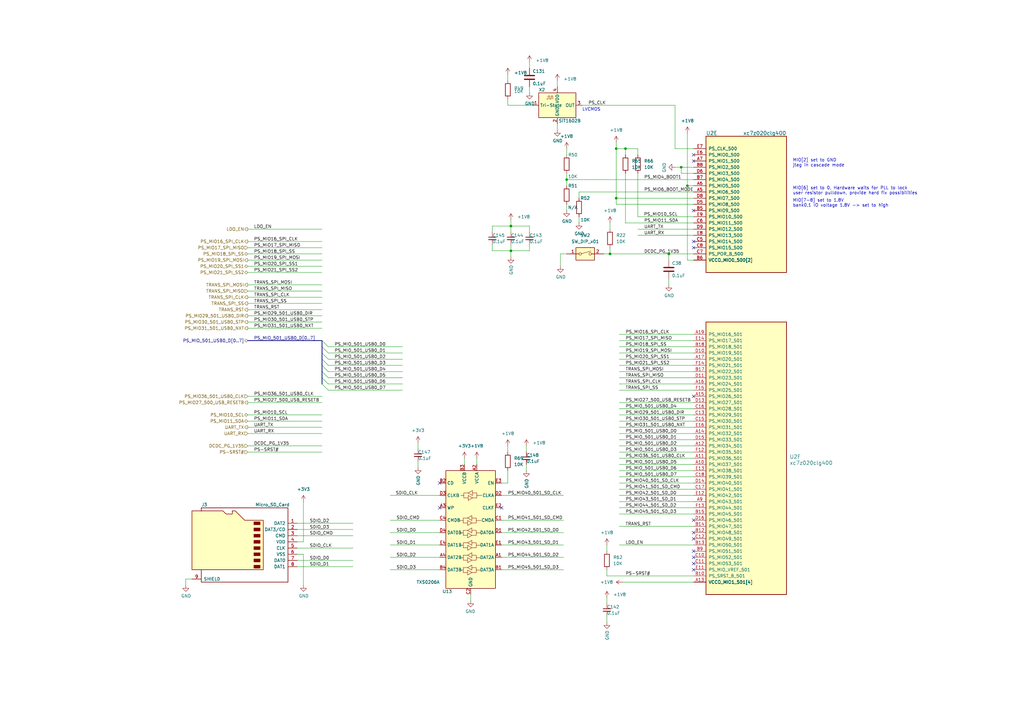
<source format=kicad_sch>
(kicad_sch (version 20220126) (generator eeschema)
  (paper "A3")
  (junction (at 279.4 68.58))
  (junction (at 232.41 73.66))
  (junction (at 250.19 104.14))
  (junction (at 256.54 60.96))
  (junction (at 252.73 60.96))
  (junction (at 209.55 92.71))
  (junction (at 274.32 104.14))
  (junction (at 281.94 76.2))
  (junction (at 252.73 81.28))
  (junction (at 209.55 102.87))
  (no_connect (at 284.48 66.04))
  (no_connect (at 284.48 86.36))
  (no_connect (at 284.48 101.6))
  (no_connect (at 284.48 99.06))
  (no_connect (at 284.48 63.5))
  (no_connect (at 180.34 198.12))
  (no_connect (at 180.34 208.28))
  (no_connect (at 205.74 208.28))
  (no_connect (at 284.48 228.6))
  (no_connect (at 284.48 231.14))
  (no_connect (at 284.48 220.98))
  (no_connect (at 284.48 218.44))
  (no_connect (at 284.48 213.36))
  (no_connect (at 284.48 162.56))
  (no_connect (at 284.48 226.06))
  (no_connect (at 284.48 233.68))
  (bus_entry (at 132.08 147.32) (size 2.54 2.54))
  (bus_entry (at 132.08 149.86) (size 2.54 2.54))
  (bus_entry (at 132.08 152.4) (size 2.54 2.54))
  (bus_entry (at 132.08 144.78) (size 2.54 2.54))
  (bus_entry (at 132.08 139.7) (size 2.54 2.54))
  (bus_entry (at 132.08 142.24) (size 2.54 2.54))
  (bus_entry (at 132.08 154.94) (size 2.54 2.54))
  (bus_entry (at 132.08 157.48) (size 2.54 2.54))
  (wire (pts (xy 101.6 177.8) (xy 132.08 177.8)))
  (wire (pts (xy 252.73 81.28) (xy 284.48 81.28)))
  (wire (pts (xy 190.5 187.96) (xy 190.5 190.5)))
  (wire (pts (xy 134.62 157.48) (xy 165.1 157.48)))
  (wire (pts (xy 134.62 154.94) (xy 165.1 154.94)))
  (wire (pts (xy 254 190.5) (xy 284.48 190.5)))
  (wire (pts (xy 101.6 182.88) (xy 132.08 182.88)))
  (wire (pts (xy 205.74 213.36) (xy 231.14 213.36)))
  (wire (pts (xy 238.76 43.18) (xy 276.86 43.18)))
  (wire (pts (xy 254 137.16) (xy 284.48 137.16)))
  (wire (pts (xy 261.62 88.9) (xy 284.48 88.9)))
  (wire (pts (xy 217.17 35.56) (xy 217.17 38.1)))
  (wire (pts (xy 279.4 71.12) (xy 284.48 71.12)))
  (wire (pts (xy 193.04 243.84) (xy 193.04 246.38)))
  (wire (pts (xy 208.28 193.04) (xy 208.28 198.12)))
  (wire (pts (xy 121.92 224.79) (xy 144.78 224.79)))
  (wire (pts (xy 247.65 104.14) (xy 250.19 104.14)))
  (wire (pts (xy 205.74 203.2) (xy 231.14 203.2)))
  (wire (pts (xy 160.02 228.6) (xy 180.34 228.6)))
  (wire (pts (xy 254 223.52) (xy 284.48 223.52)))
  (wire (pts (xy 205.74 218.44) (xy 231.14 218.44)))
  (wire (pts (xy 101.6 132.08) (xy 132.08 132.08)))
  (wire (pts (xy 171.45 181.61) (xy 171.45 184.15)))
  (wire (pts (xy 208.28 182.88) (xy 208.28 185.42)))
  (wire (pts (xy 201.93 92.71) (xy 201.93 95.25)))
  (wire (pts (xy 254 167.64) (xy 284.48 167.64)))
  (wire (pts (xy 171.45 191.77) (xy 171.45 189.23)))
  (wire (pts (xy 101.6 121.92) (xy 132.08 121.92)))
  (bus (pts (xy 132.08 154.94) (xy 132.08 157.48)))
  (wire (pts (xy 274.32 104.14) (xy 284.48 104.14)))
  (wire (pts (xy 201.93 102.87) (xy 201.93 100.33)))
  (wire (pts (xy 134.62 144.78) (xy 165.1 144.78)))
  (wire (pts (xy 279.4 68.58) (xy 279.4 71.12)))
  (wire (pts (xy 254 203.2) (xy 284.48 203.2)))
  (wire (pts (xy 254 157.48) (xy 284.48 157.48)))
  (wire (pts (xy 254 182.88) (xy 284.48 182.88)))
  (wire (pts (xy 254 172.72) (xy 284.48 172.72)))
  (wire (pts (xy 232.41 73.66) (xy 284.48 73.66)))
  (wire (pts (xy 209.55 92.71) (xy 209.55 95.25)))
  (wire (pts (xy 232.41 73.66) (xy 232.41 76.2)))
  (wire (pts (xy 121.92 217.17) (xy 144.78 217.17)))
  (wire (pts (xy 76.2 240.03) (xy 76.2 237.49)))
  (wire (pts (xy 261.62 96.52) (xy 284.48 96.52)))
  (wire (pts (xy 205.74 233.68) (xy 231.14 233.68)))
  (wire (pts (xy 254 215.9) (xy 284.48 215.9)))
  (wire (pts (xy 276.86 68.58) (xy 279.4 68.58)))
  (wire (pts (xy 281.94 54.61) (xy 281.94 76.2)))
  (wire (pts (xy 160.02 233.68) (xy 180.34 233.68)))
  (wire (pts (xy 237.49 88.9) (xy 237.49 91.44)))
  (bus (pts (xy 132.08 139.7) (xy 132.08 142.24)))
  (wire (pts (xy 228.6 50.8) (xy 228.6 53.34)))
  (wire (pts (xy 281.94 106.68) (xy 284.48 106.68)))
  (wire (pts (xy 254 193.04) (xy 284.48 193.04)))
  (wire (pts (xy 261.62 63.5) (xy 261.62 60.96)))
  (bus (pts (xy 101.6 139.7) (xy 132.08 139.7)))
  (wire (pts (xy 276.86 43.18) (xy 276.86 60.96)))
  (wire (pts (xy 205.74 228.6) (xy 231.14 228.6)))
  (wire (pts (xy 237.49 78.74) (xy 284.48 78.74)))
  (wire (pts (xy 254 208.28) (xy 284.48 208.28)))
  (wire (pts (xy 254 160.02) (xy 284.48 160.02)))
  (wire (pts (xy 76.2 237.49) (xy 78.74 237.49)))
  (wire (pts (xy 254 205.74) (xy 284.48 205.74)))
  (wire (pts (xy 134.62 149.86) (xy 165.1 149.86)))
  (wire (pts (xy 101.6 109.22) (xy 132.08 109.22)))
  (wire (pts (xy 101.6 170.18) (xy 132.08 170.18)))
  (wire (pts (xy 261.62 93.98) (xy 284.48 93.98)))
  (wire (pts (xy 281.94 76.2) (xy 281.94 106.68)))
  (wire (pts (xy 101.6 185.42) (xy 132.08 185.42)))
  (wire (pts (xy 101.6 172.72) (xy 132.08 172.72)))
  (wire (pts (xy 209.55 92.71) (xy 217.17 92.71)))
  (wire (pts (xy 248.92 223.52) (xy 248.92 226.06)))
  (wire (pts (xy 101.6 119.38) (xy 132.08 119.38)))
  (bus (pts (xy 132.08 149.86) (xy 132.08 152.4)))
  (wire (pts (xy 195.58 187.96) (xy 195.58 190.5)))
  (wire (pts (xy 215.9 182.88) (xy 215.9 185.42)))
  (bus (pts (xy 132.08 152.4) (xy 132.08 154.94)))
  (wire (pts (xy 208.28 30.48) (xy 208.28 33.02)))
  (wire (pts (xy 250.19 91.44) (xy 250.19 93.98)))
  (wire (pts (xy 232.41 71.12) (xy 232.41 73.66)))
  (wire (pts (xy 160.02 223.52) (xy 180.34 223.52)))
  (wire (pts (xy 209.55 90.17) (xy 209.55 92.71)))
  (wire (pts (xy 101.6 129.54) (xy 132.08 129.54)))
  (wire (pts (xy 254 149.86) (xy 284.48 149.86)))
  (wire (pts (xy 254 198.12) (xy 284.48 198.12)))
  (bus (pts (xy 132.08 142.24) (xy 132.08 144.78)))
  (wire (pts (xy 254 185.42) (xy 284.48 185.42)))
  (wire (pts (xy 101.6 124.46) (xy 132.08 124.46)))
  (wire (pts (xy 134.62 142.24) (xy 165.1 142.24)))
  (wire (pts (xy 217.17 92.71) (xy 217.17 95.25)))
  (wire (pts (xy 254 177.8) (xy 284.48 177.8)))
  (bus (pts (xy 132.08 147.32) (xy 132.08 149.86)))
  (wire (pts (xy 101.6 99.06) (xy 132.08 99.06)))
  (wire (pts (xy 160.02 218.44) (xy 180.34 218.44)))
  (wire (pts (xy 124.46 227.33) (xy 124.46 240.03)))
  (wire (pts (xy 217.17 102.87) (xy 217.17 100.33)))
  (wire (pts (xy 254 147.32) (xy 284.48 147.32)))
  (wire (pts (xy 261.62 71.12) (xy 261.62 88.9)))
  (wire (pts (xy 215.9 193.04) (xy 215.9 190.5)))
  (wire (pts (xy 121.92 222.25) (xy 124.46 222.25)))
  (wire (pts (xy 254 142.24) (xy 284.48 142.24)))
  (wire (pts (xy 254 152.4) (xy 284.48 152.4)))
  (wire (pts (xy 252.73 58.42) (xy 252.73 60.96)))
  (wire (pts (xy 252.73 60.96) (xy 252.73 81.28)))
  (wire (pts (xy 250.19 104.14) (xy 274.32 104.14)))
  (wire (pts (xy 205.74 223.52) (xy 231.14 223.52)))
  (wire (pts (xy 248.92 245.11) (xy 248.92 247.65)))
  (wire (pts (xy 101.6 116.84) (xy 132.08 116.84)))
  (wire (pts (xy 254 200.66) (xy 284.48 200.66)))
  (wire (pts (xy 252.73 81.28) (xy 252.73 83.82)))
  (wire (pts (xy 134.62 147.32) (xy 165.1 147.32)))
  (wire (pts (xy 254 210.82) (xy 284.48 210.82)))
  (wire (pts (xy 101.6 162.56) (xy 132.08 162.56)))
  (bus (pts (xy 132.08 144.78) (xy 132.08 147.32)))
  (wire (pts (xy 101.6 175.26) (xy 132.08 175.26)))
  (wire (pts (xy 209.55 102.87) (xy 217.17 102.87)))
  (wire (pts (xy 201.93 102.87) (xy 209.55 102.87)))
  (wire (pts (xy 121.92 227.33) (xy 124.46 227.33)))
  (wire (pts (xy 205.74 198.12) (xy 208.28 198.12)))
  (wire (pts (xy 101.6 93.98) (xy 132.08 93.98)))
  (wire (pts (xy 248.92 236.22) (xy 284.48 236.22)))
  (wire (pts (xy 232.41 83.82) (xy 232.41 86.36)))
  (wire (pts (xy 101.6 106.68) (xy 132.08 106.68)))
  (wire (pts (xy 101.6 111.76) (xy 132.08 111.76)))
  (wire (pts (xy 256.54 71.12) (xy 256.54 91.44)))
  (wire (pts (xy 248.92 233.68) (xy 248.92 236.22)))
  (wire (pts (xy 101.6 104.14) (xy 132.08 104.14)))
  (wire (pts (xy 121.92 229.87) (xy 144.78 229.87)))
  (wire (pts (xy 208.28 43.18) (xy 208.28 40.64)))
  (wire (pts (xy 254 187.96) (xy 284.48 187.96)))
  (wire (pts (xy 101.6 134.62) (xy 132.08 134.62)))
  (wire (pts (xy 284.48 238.76) (xy 255.27 238.76)))
  (wire (pts (xy 281.94 76.2) (xy 284.48 76.2)))
  (wire (pts (xy 160.02 213.36) (xy 180.34 213.36)))
  (wire (pts (xy 274.32 106.68) (xy 274.32 104.14)))
  (wire (pts (xy 237.49 78.74) (xy 237.49 81.28)))
  (wire (pts (xy 121.92 232.41) (xy 144.78 232.41)))
  (wire (pts (xy 252.73 83.82) (xy 284.48 83.82)))
  (wire (pts (xy 276.86 60.96) (xy 284.48 60.96)))
  (wire (pts (xy 232.41 104.14) (xy 229.87 104.14)))
  (wire (pts (xy 256.54 60.96) (xy 256.54 63.5)))
  (wire (pts (xy 248.92 255.27) (xy 248.92 252.73)))
  (wire (pts (xy 124.46 205.74) (xy 124.46 222.25)))
  (wire (pts (xy 254 175.26) (xy 284.48 175.26)))
  (wire (pts (xy 121.92 214.63) (xy 144.78 214.63)))
  (wire (pts (xy 101.6 165.1) (xy 132.08 165.1)))
  (wire (pts (xy 274.32 116.84) (xy 274.32 114.3)))
  (wire (pts (xy 217.17 27.94) (xy 217.17 25.4)))
  (wire (pts (xy 201.93 92.71) (xy 209.55 92.71)))
  (wire (pts (xy 254 144.78) (xy 284.48 144.78)))
  (wire (pts (xy 279.4 68.58) (xy 284.48 68.58)))
  (wire (pts (xy 229.87 104.14) (xy 229.87 109.22)))
  (wire (pts (xy 256.54 91.44) (xy 284.48 91.44)))
  (wire (pts (xy 121.92 219.71) (xy 144.78 219.71)))
  (wire (pts (xy 232.41 60.96) (xy 232.41 63.5)))
  (wire (pts (xy 134.62 152.4) (xy 165.1 152.4)))
  (wire (pts (xy 208.28 43.18) (xy 218.44 43.18)))
  (wire (pts (xy 254 139.7) (xy 284.48 139.7)))
  (wire (pts (xy 254 165.1) (xy 284.48 165.1)))
  (wire (pts (xy 101.6 101.6) (xy 132.08 101.6)))
  (wire (pts (xy 134.62 160.02) (xy 165.1 160.02)))
  (wire (pts (xy 254 195.58) (xy 284.48 195.58)))
  (wire (pts (xy 228.6 33.02) (xy 228.6 35.56)))
  (wire (pts (xy 209.55 102.87) (xy 209.55 100.33)))
  (wire (pts (xy 254 180.34) (xy 284.48 180.34)))
  (wire (pts (xy 256.54 60.96) (xy 261.62 60.96)))
  (wire (pts (xy 254 170.18) (xy 284.48 170.18)))
  (wire (pts (xy 254 154.94) (xy 284.48 154.94)))
  (wire (pts (xy 101.6 127) (xy 132.08 127)))
  (wire (pts (xy 252.73 60.96) (xy 256.54 60.96)))
  (wire (pts (xy 209.55 105.41) (xy 209.55 102.87)))
  (wire (pts (xy 160.02 203.2) (xy 180.34 203.2)))
  (wire (pts (xy 250.19 101.6) (xy 250.19 104.14)))
  (text "MIO[6] set to 0, Hardware waits for PLL to lock\nuser resistor pulldown, provide hard fix possibilities" (at 325.12 80.01 0) (effects (font (size 1.27 1.27)) (justify left bottom)))
  (text "MIO[7-8] set to 1.8V\nbank0,1 IO voltage 1.8V -> set to high" (at 325.12 85.09 0) (effects (font (size 1.27 1.27)) (justify left bottom)))
  (text "LVCMOS" (at 238.76 45.72 0) (effects (font (size 1.27 1.27)) (justify left bottom)))
  (text "MIO[2] set to GND\njtag in cascade mode" (at 325.12 68.58 0) (effects (font (size 1.27 1.27)) (justify left bottom)))
  (label "PS_MIO_501_USB0_D2" (at 137.16 147.32 0))
  (label "SDIO_D2" (at 127 214.63 0))
  (label "PS_MIO_501_USB0_D3" (at 256.54 185.42 0))
  (label "PS_MIO_501_USB0_D2" (at 256.54 182.88 0))
  (label "PS_MIO19_SPI_MOSI" (at 104.14 106.68 0))
  (label "PS-SRST#" (at 104.14 185.42 0))
  (label "PS_MIO30_501_USB0_STP" (at 104.14 132.08 0))
  (label "SDIO_CMD" (at 162.56 213.36 0))
  (label "PS_MIO19_SPI_MOSI" (at 256.54 144.78 0))
  (label "PS_MIO43_501_SD_D1" (at 208.28 223.52 0))
  (label "PS_MIO_501_USB0_D5" (at 137.16 154.94 0))
  (label "PS_MIO31_501_USB0_NXT" (at 104.14 134.62 0))
  (label "PS_MIO17_SPI_MISO" (at 256.54 139.7 0))
  (label "PS_MIO45_501_SD_D3" (at 208.28 233.68 0))
  (label "SDIO_CLK" (at 162.2518 203.2 0))
  (label "UART_RX" (at 104.14 177.8 0))
  (label "LDO_EN" (at 104.14 93.98 0))
  (label "TRANS_SPI_MISO" (at 256.54 154.94 0))
  (label "PS_MIO16_SPI_CLK" (at 104.14 99.06 0))
  (label "PS_MIO27_500_USB_RESETB" (at 104.14 165.1 0))
  (label "UART_RX" (at 264.16 96.52 0))
  (label "PS_MIO43_501_SD_D1" (at 256.54 205.74 0))
  (label "PS_MIO21_SPI_SS2" (at 104.14 111.76 0))
  (label "PS_CLK" (at 241.3 43.18 0))
  (label "TRANS_SPI_MOSI" (at 256.54 152.4 0))
  (label "SDIO_D0" (at 162.56 218.44 0))
  (label "PS_MIO_501_USB0_D7" (at 137.16 160.02 0))
  (label "PS_MIO29_501_USB0_DIR" (at 104.14 129.54 0))
  (label "SDIO_D1" (at 127 232.41 0))
  (label "PS_MIO_501_USB0_D7" (at 256.54 195.58 0))
  (label "SDIO_CMD" (at 127 219.71 0))
  (label "DCDC_PG_1V35" (at 264.16 104.14 0))
  (label "PS_MIO30_501_USB0_STP" (at 256.54 172.72 0))
  (label "PS_MIO41_501_SD_CMD" (at 256.54 200.66 0))
  (label "PS_MIO_501_USB0_D0" (at 137.16 142.24 0))
  (label "PS_MIO11_SDA" (at 104.14 172.72 0))
  (label "PS_MIO45_501_SD_D3" (at 256.54 210.82 0))
  (label "SDIO_D0" (at 127 229.87 0))
  (label "PS_MIO_501_USB0_D4" (at 256.54 167.64 0))
  (label "PS_MIO20_SPI_SS1" (at 256.54 147.32 0))
  (label "PS_MIO11_SDA" (at 264.16 91.44 0))
  (label "PS_MIO16_SPI_CLK" (at 256.54 137.16 0))
  (label "SDIO_D3" (at 127 217.17 0))
  (label "UART_TX" (at 264.16 93.98 0))
  (label "PS_MIO4_BOOT1" (at 264.16 73.66 0))
  (label "UART_TX" (at 104.14 175.26 0))
  (label "PS_MIO_501_USB0_D1" (at 256.54 180.34 0))
  (label "PS_MIO_501_USB0_D0" (at 256.54 177.8 0))
  (label "TRANS_SPI_CLK" (at 104.14 121.92 0))
  (label "PS_MIO6_BOOT_MODE" (at 264.16 78.74 0))
  (label "PS_MIO18_SPI_SS" (at 256.54 142.24 0))
  (label "PS_MIO10_SCL" (at 104.0553 170.18 0))
  (label "PS_MIO40_501_SD_CLK" (at 208.28 203.2 0))
  (label "PS_MIO_501_USB0_D1" (at 137.16 144.78 0))
  (label "PS_MIO40_501_SD_CLK" (at 256.54 198.12 0))
  (label "PS_MIO42_501_SD_D0" (at 256.54 203.2 0))
  (label "PS_MIO31_501_USB0_NXT" (at 256.54 175.26 0))
  (label "PS_MIO36_501_USB0_CLK" (at 256.54 187.96 0))
  (label "SDIO_D2" (at 162.56 228.6 0))
  (label "PS_MIO42_501_SD_D0" (at 208.28 218.44 0))
  (label "TRANS_RST" (at 256.54 215.9 0))
  (label "PS_MIO21_SPI_SS2" (at 256.54 149.86 0))
  (label "SDIO_D3" (at 162.56 233.68 0))
  (label "LDO_EN" (at 256.54 223.52 0))
  (label "PS_MIO_501_USB0_D6" (at 256.54 193.04 0))
  (label "PS_MIO_501_USB0_D3" (at 137.16 149.86 0))
  (label "PS_MIO17_SPI_MISO" (at 104.14 101.6 0))
  (label "TRANS_SPI_SS" (at 256.54 160.02 0))
  (label "TRANS_SPI_MOSI" (at 104.14 116.84 0))
  (label "PS_MIO41_501_SD_CMD" (at 208.28 213.36 0))
  (label "PS_MIO36_501_USB0_CLK" (at 104.14 162.56 0))
  (label "TRANS_SPI_SS" (at 104.14 124.46 0))
  (label "SDIO_CLK" (at 127 224.79 0))
  (label "PS_MIO_501_USB0_D[0..7]" (at 104.14 139.7 0))
  (label "SDIO_D1" (at 162.56 223.52 0))
  (label "PS_MIO44_501_SD_D2" (at 208.28 228.6 0))
  (label "PS-SRST#" (at 256.54 236.22 0))
  (label "PS_MIO44_501_SD_D2" (at 256.54 208.28 0))
  (label "PS_MIO20_SPI_SS1" (at 104.14 109.22 0))
  (label "DCDC_PG_1V35" (at 104.14 182.88 0))
  (label "PS_MIO_501_USB0_D5" (at 256.54 190.5 0))
  (label "PS_MIO10_SCL" (at 264.0753 88.9 0))
  (label "TRANS_SPI_MISO" (at 104.14 119.38 0))
  (label "PS_MIO_501_USB0_D6" (at 137.16 157.48 0))
  (label "TRANS_SPI_CLK" (at 256.54 157.48 0))
  (label "PS_MIO_501_USB0_D4" (at 137.16 152.4 0))
  (label "PS_MIO27_500_USB_RESETB" (at 256.54 165.1 0))
  (label "TRANS_RST" (at 104.14 127 0))
  (label "PS_MIO18_SPI_SS" (at 104.14 104.14 0))
  (label "PS_MIO29_501_USB0_DIR" (at 256.54 170.18 0))
  (hierarchical_label "PS_MIO19_SPI_MOSI" (shape output) (at 101.6 106.68 180))
  (hierarchical_label "PS_MIO16_SPI_CLK" (shape output) (at 101.6 99.06 180))
  (hierarchical_label "UART_TX" (shape output) (at 101.6 175.26 180))
  (hierarchical_label "PS-SRST#" (shape input) (at 101.6 185.42 180))
  (hierarchical_label "PS_MIO29_501_USB0_DIR" (shape output) (at 101.6 129.54 180))
  (hierarchical_label "UART_RX" (shape input) (at 101.6 177.8 180))
  (hierarchical_label "TRANS_SPI_MISO" (shape input) (at 101.6 119.38 180))
  (hierarchical_label "PS_MIO20_SPI_SS1" (shape bidirectional) (at 101.6 109.22 180))
  (hierarchical_label "PS_MIO27_500_USB_RESETB" (shape output) (at 101.6 165.1 180))
  (hierarchical_label "PS_MIO_501_USB0_D[0..7]" (shape bidirectional) (at 101.6 139.7 180))
  (hierarchical_label "DCDC_PG_1V35" (shape input) (at 101.6 182.88 180))
  (hierarchical_label "LDO_EN" (shape output) (at 101.6 93.98 180))
  (hierarchical_label "PS_MIO31_501_USB0_NXT" (shape output) (at 101.6 134.62 180))
  (hierarchical_label "PS_MIO10_SCL" (shape bidirectional) (at 101.6 170.18 180))
  (hierarchical_label "TRANS_SPI_MOSI" (shape output) (at 101.6 116.84 180))
  (hierarchical_label "PS_MIO18_SPI_SS" (shape bidirectional) (at 101.6 104.14 180))
  (hierarchical_label "TRANS_RST" (shape output) (at 101.6 127 180))
  (hierarchical_label "PS_MIO30_501_USB0_STP" (shape output) (at 101.6 132.08 180))
  (hierarchical_label "TRANS_SPI_CLK" (shape output) (at 101.6 121.92 180))
  (hierarchical_label "PS_MIO17_SPI_MISO" (shape input) (at 101.6 101.6 180))
  (hierarchical_label "PS_MIO21_SPI_SS2" (shape bidirectional) (at 101.6 111.76 180))
  (hierarchical_label "PS_MIO36_501_USB0_CLK" (shape input) (at 101.6 162.56 180))
  (hierarchical_label "PS_MIO11_SDA" (shape bidirectional) (at 101.6 172.72 180))
  (hierarchical_label "TRANS_SPI_SS" (shape output) (at 101.6 124.46 180))
  (symbol (lib_id "power:+1V8") (at 208.28 182.88 0) (mirror y) (unit 1)
    (property "Reference" "#PWR0279" (effects hide))
    (property "Value" "+1V8" (at 208.28 177.8 0))
  )
  (symbol (lib_id "Device:R") (at 237.49 85.09 180) (unit 1)
    (property "Reference" "R52" (at 240.03 81.28 0))
    (property "Value" "10K" (at 240.03 90.17 0))
    (property "Footprint" "Resistor_SMD:R_0201_0603Metric" (effects hide))
  )
  (symbol (lib_id "power:+3.3V") (at 190.5 187.96 0) (unit 1)
    (property "Reference" "#PWR0282" (effects hide))
    (property "Value" "+3.3V" (at 190.5 182.88 0))
  )
  (symbol (lib_id "Device:R") (at 256.54 67.31 0) (unit 1)
    (property "Reference" "R65" (at 259.08 66.0399 0) (effects (justify left)))
    (property "Value" "10K" (at 259.08 68.5799 0) (effects (justify left)))
    (property "Footprint" "Resistor_SMD:R_0201_0603Metric" (effects hide))
  )
  (symbol (lib_id "power:GND") (at 76.2 240.03 0) (unit 1)
    (property "Reference" "#PWR02" (effects hide))
    (property "Value" "GND" (at 76.327 244.4242 0))
  )
  (symbol (lib_id "Switch:SW_DIP_x01") (at 240.03 104.14 0) (unit 1)
    (property "Reference" "SW2" (at 240.03 96.52 0))
    (property "Value" "SW_DIP_x01" (at 240.03 99.06 0))
    (property "Footprint" "Switcher:EVQ9P701P" (effects hide))
  )
  (symbol (lib_id "power:GND") (at 228.6 53.34 0) (unit 1)
    (property "Reference" "#PWR0109" (effects hide))
    (property "Value" "GND" (at 228.727 57.7342 0))
  )
  (symbol (lib_id "power:+1V8") (at 281.94 54.61 0) (unit 1)
    (property "Reference" "#PWR0113" (effects hide))
    (property "Value" "+1V8" (at 281.94 49.53 0))
  )
  (symbol (lib_id "power:GND") (at 215.9 193.04 0) (unit 1)
    (property "Reference" "#PWR0280" (effects hide))
    (property "Value" "GND" (at 216.027 196.2912 90) (effects (justify right)))
  )
  (symbol (lib_id "Device:R") (at 248.92 229.87 0) (unit 1)
    (property "Reference" "R62" (at 251.46 228.5999 0) (effects (justify left)))
    (property "Value" "10K" (at 251.46 231.1399 0) (effects (justify left)))
    (property "Footprint" "Resistor_SMD:R_0201_0603Metric" (effects hide))
  )
  (symbol (lib_id "power:+1V8") (at 252.73 58.42 0) (unit 1)
    (property "Reference" "#PWR0213" (effects hide))
    (property "Value" "+1V8" (at 252.73 53.34 0))
  )
  (symbol (lib_id "Device:C_Small") (at 209.55 97.79 0) (unit 1)
    (property "Reference" "C144" (at 209.55 96.52 0) (effects (justify left)))
    (property "Value" "0.1uF" (at 209.55 99.06 0) (effects (justify left)))
    (property "Footprint" "Capacitor_SMD:C_0201_0603Metric" (effects hide))
  )
  (symbol (lib_id "power:+3.3V") (at 171.45 181.61 0) (unit 1)
    (property "Reference" "#PWR0277" (effects hide))
    (property "Value" "+3.3V" (at 171.45 176.53 0))
  )
  (symbol (lib_id "power:+1V8") (at 250.19 91.44 0) (unit 1)
    (property "Reference" "#PWR0221" (effects hide))
    (property "Value" "+1V8" (at 250.19 86.36 0))
  )
  (symbol (lib_id "power:+3.3V") (at 124.46 205.74 0) (unit 1)
    (property "Reference" "#PWR03" (effects hide))
    (property "Value" "+3.3V" (at 124.46 200.66 0))
  )
  (symbol (lib_id "power:GND") (at 124.46 240.03 0) (unit 1)
    (property "Reference" "#PWR010" (effects hide))
    (property "Value" "GND" (at 124.587 244.4242 0))
  )
  (symbol (lib_id "power:+1V8") (at 209.55 90.17 0) (unit 1)
    (property "Reference" "#PWR0263" (effects hide))
    (property "Value" "+1V8" (at 212.09 88.9 0) (effects (justify left)))
  )
  (symbol (lib_id "power:GND") (at 193.04 246.38 0) (mirror y) (unit 1)
    (property "Reference" "#PWR0281" (effects hide))
    (property "Value" "GND" (at 192.913 250.7742 0))
  )
  (symbol (lib_id "power:+1V8") (at 228.6 33.02 0) (unit 1)
    (property "Reference" "#PWR0235" (effects hide))
    (property "Value" "+1V8" (at 231.14 32.385 0) (effects (justify left)))
  )
  (symbol (lib_id "Device:R") (at 208.28 36.83 0) (unit 1)
    (property "Reference" "R49" (at 210.82 36.195 0) (effects (justify left)))
    (property "Value" "10K" (at 210.82 37.465 0) (effects (justify left)))
    (property "Footprint" "Resistor_SMD:R_0201_0603Metric" (effects hide))
  )
  (symbol (lib_id "power:GND") (at 209.55 105.41 0) (unit 1)
    (property "Reference" "#PWR0264" (effects hide))
    (property "Value" "GND" (at 209.677 108.6612 90) (effects (justify right)))
  )
  (symbol (lib_id "Device:C_Small") (at 215.9 187.96 0) (unit 1)
    (property "Reference" "C148" (at 215.9 186.69 0) (effects (justify left)))
    (property "Value" "0.1uF" (at 215.9 189.23 0) (effects (justify left)))
    (property "Footprint" "Capacitor_SMD:C_0201_0603Metric" (effects hide))
  )
  (symbol (lib_id "Logic LevelTransistor_Local:TXS0206A") (at 193.04 218.44 0) (mirror y) (unit 1)
    (property "Reference" "U13" (at 185.42 242.57 0) (effects (justify left)))
    (property "Value" "TXS0206A" (at 180.34 238.76 0) (effects (justify left)))
    (property "Footprint" "Package_CSP_Local:WLCSP-20_1.609x1.994mm_Layout4x5_P0.4mm" (effects hide))
    (property "Datasheet" "https://www.ti.com.cn/cn/lit/ds/symlink/txs0206a.pdf" (effects hide))
  )
  (symbol (lib_id "power:+1V8") (at 232.41 60.96 0) (unit 1)
    (property "Reference" "#PWR0236" (effects hide))
    (property "Value" "+1V8" (at 232.41 55.88 0))
  )
  (symbol (lib_id "Device:C") (at 274.32 110.49 0) (unit 1)
    (property "Reference" "C38" (at 275.59 107.95 0) (effects (justify left)))
    (property "Value" "0.1uF" (at 275.59 113.03 0) (effects (justify left)))
    (property "Footprint" "Capacitor_SMD:C_0201_0603Metric" (effects hide))
  )
  (symbol (lib_id "Device:C_Small") (at 171.45 186.69 0) (unit 1)
    (property "Reference" "C147" (at 171.45 185.42 0) (effects (justify left)))
    (property "Value" "0.1uF" (at 171.45 187.96 0) (effects (justify left)))
    (property "Footprint" "Capacitor_SMD:C_0201_0603Metric" (effects hide))
  )
  (symbol (lib_id "power:GND") (at 232.41 86.36 0) (unit 1)
    (property "Reference" "#PWR0244" (effects hide))
    (property "Value" "GND" (at 232.537 90.7542 0))
  )
  (symbol (lib_id "power:+1V8") (at 217.17 25.4 0) (unit 1)
    (property "Reference" "#PWR0234" (effects hide))
    (property "Value" "+1V8" (at 219.71 24.765 0) (effects (justify left)))
  )
  (symbol (lib_id "power:+1V8") (at 248.92 245.11 0) (unit 1)
    (property "Reference" "#PWR0260" (effects hide))
    (property "Value" "+1V8" (at 251.46 243.84 0) (effects (justify left)))
  )
  (symbol (lib_id "Device:R") (at 232.41 80.01 180) (unit 1)
    (property "Reference" "R51" (at 234.95 76.2 0))
    (property "Value" "N/A" (at 234.95 85.09 0))
    (property "Footprint" "Resistor_SMD:R_0201_0603Metric" (effects hide))
  )
  (symbol (lib_id "power:+1V8") (at 215.9 182.88 0) (unit 1)
    (property "Reference" "#PWR0278" (effects hide))
    (property "Value" "+1V8" (at 218.44 181.61 0) (effects (justify left)))
  )
  (symbol (lib_id "power:GND") (at 276.86 68.58 270) (unit 1)
    (property "Reference" "#PWR0138" (effects hide))
    (property "Value" "GND" (at 272.4658 68.707 0))
  )
  (symbol (lib_id "Connector:Micro_SD_Card") (at 99.06 222.25 0) (mirror y) (unit 1)
    (property "Reference" "J3" (at 83.82 207.01 0))
    (property "Value" "Micro_SD_Card" (at 111.76 207.01 0))
    (property "Footprint" "Connector_Card:microSD_HC_Molex_104031-0811" (effects hide))
    (property "Datasheet" "http://katalog.we-online.de/em/datasheet/693072010801.pdf" (effects hide))
  )
  (symbol (lib_id "power:GND") (at 217.17 38.1 0) (unit 1)
    (property "Reference" "#PWR0202" (effects hide))
    (property "Value" "GND" (at 217.297 42.4942 0))
  )
  (symbol (lib_id "Device:C_Small") (at 248.92 250.19 0) (unit 1)
    (property "Reference" "C142" (at 248.92 248.92 0) (effects (justify left)))
    (property "Value" "0.1uF" (at 248.92 251.46 0) (effects (justify left)))
    (property "Footprint" "Capacitor_SMD:C_0201_0603Metric" (effects hide))
  )
  (symbol (lib_id "Device:C_Small") (at 217.17 97.79 0) (unit 1)
    (property "Reference" "C143" (at 217.17 96.52 0) (effects (justify left)))
    (property "Value" "0.1uF" (at 217.17 99.06 0) (effects (justify left)))
    (property "Footprint" "Capacitor_SMD:C_0201_0603Metric" (effects hide))
  )
  (symbol (lib_id "Device:R") (at 250.19 97.79 0) (unit 1)
    (property "Reference" "R22" (at 252.73 96.5199 0) (effects (justify left)))
    (property "Value" "10K" (at 252.73 99.0599 0) (effects (justify left)))
    (property "Footprint" "Resistor_SMD:R_0201_0603Metric" (effects hide))
  )
  (symbol (lib_id "Device:C") (at 217.17 31.75 0) (unit 1)
    (property "Reference" "C131" (at 218.44 29.21 0) (effects (justify left)))
    (property "Value" "0.1uF" (at 218.44 34.29 0) (effects (justify left)))
    (property "Footprint" "Capacitor_SMD:C_0201_0603Metric" (effects hide))
  )
  (symbol (lib_id "Device:R") (at 261.62 67.31 0) (unit 1)
    (property "Reference" "R66" (at 264.16 66.0399 0) (effects (justify left)))
    (property "Value" "10K" (at 264.16 68.5799 0) (effects (justify left)))
    (property "Footprint" "Resistor_SMD:R_0201_0603Metric" (effects hide))
  )
  (symbol (lib_id "power:GND") (at 274.32 116.84 0) (unit 1)
    (property "Reference" "#PWR0102" (effects hide))
    (property "Value" "GND" (at 274.447 121.2342 0))
  )
  (symbol (lib_id "power:+1V8") (at 208.28 30.48 0) (unit 1)
    (property "Reference" "#PWR0201" (effects hide))
    (property "Value" "+1V8" (at 210.82 29.845 0) (effects (justify left)))
  )
  (symbol (lib_id "Device:R") (at 232.41 67.31 180) (unit 1)
    (property "Reference" "R50" (at 234.95 63.5 0))
    (property "Value" "10K" (at 234.95 72.39 0))
    (property "Footprint" "Resistor_SMD:R_0201_0603Metric" (effects hide))
  )
  (symbol (lib_id "power:+1V8") (at 255.27 238.76 90) (unit 1)
    (property "Reference" "#PWR014" (effects hide))
    (property "Value" "+1V8" (at 251.46 238.7599 90) (effects (justify left)))
  )
  (symbol (lib_id "7z010_ddr:xc7z020clg400") (at 284.48 137.16 0) (unit 6)
    (property "Reference" "U2" (at 323.85 187.325 0) (effects (font (size 1.524 1.524)) (justify left)))
    (property "Value" "xc7z020clg400" (at 323.85 189.865 0) (effects (font (size 1.524 1.524)) (justify left)))
    (property "Footprint" "Package_CSP_Local:Xilinx_CLG400_020_Delay" (effects hide))
  )
  (symbol (lib_id "power:GND") (at 171.45 191.77 0) (unit 1)
    (property "Reference" "#PWR0276" (effects hide))
    (property "Value" "GND" (at 171.577 195.0212 90) (effects (justify right)))
  )
  (symbol (lib_id "power:+1V8") (at 248.92 223.52 0) (unit 1)
    (property "Reference" "#PWR011" (effects hide))
    (property "Value" "+1V8" (at 248.92 218.44 0))
  )
  (symbol (lib_id "power:GND") (at 248.92 255.27 0) (unit 1)
    (property "Reference" "#PWR0259" (effects hide))
    (property "Value" "GND" (at 249.047 258.5212 90) (effects (justify right)))
  )
  (symbol (lib_id "7z010_ddr:ECS-2520MV-xxx-xx") (at 228.6 43.18 0) (unit 1)
    (property "Reference" "X2" (at 222.25 36.83 0))
    (property "Value" "SiT1602B" (at 233.68 49.53 0))
    (property "Footprint" "Oscillator:Oscillator_SMD_ECS_2520MV-xxx-xx-4Pin_2.5x2.0mm" (effects hide))
    (property "Datasheet" "https://www.ecsxtal.com/store/pdf/ECS-2520MV.pdf" (effects hide))
  )
  (symbol (lib_id "7z010_ddr:xc7z020clg400") (at 284.48 60.96 0) (unit 5)
    (property "Reference" "U2" (at 289.56 54.61 0) (effects (font (size 1.524 1.524)) (justify left)))
    (property "Value" "xc7z020clg400" (at 304.8 54.61 0) (effects (font (size 1.524 1.524)) (justify left)))
    (property "Footprint" "Package_CSP_Local:Xilinx_CLG400_020_Delay" (effects hide))
  )
  (symbol (lib_id "Device:R") (at 208.28 189.23 0) (unit 1)
    (property "Reference" "R69" (at 210.82 187.9599 0) (effects (justify left)))
    (property "Value" "10K" (at 210.82 190.4999 0) (effects (justify left)))
    (property "Footprint" "Resistor_SMD:R_0201_0603Metric" (effects hide))
  )
  (symbol (lib_id "Device:C_Small") (at 201.93 97.79 0) (unit 1)
    (property "Reference" "C145" (at 201.93 96.52 0) (effects (justify left)))
    (property "Value" "0.1uF" (at 201.93 99.06 0) (effects (justify left)))
    (property "Footprint" "Capacitor_SMD:C_0201_0603Metric" (effects hide))
  )
  (symbol (lib_id "power:GND") (at 229.87 109.22 0) (unit 1)
    (property "Reference" "#PWR0220" (effects hide))
    (property "Value" "GND" (at 229.997 113.6142 0))
  )
  (symbol (lib_id "power:GND") (at 237.49 91.44 0) (unit 1)
    (property "Reference" "#PWR0245" (effects hide))
    (property "Value" "GND" (at 237.617 95.8342 0))
  )
  (symbol (lib_id "power:+1V8") (at 195.58 187.96 0) (unit 1)
    (property "Reference" "#PWR0283" (effects hide))
    (property "Value" "+1V8" (at 195.58 182.88 0))
  )
)
</source>
